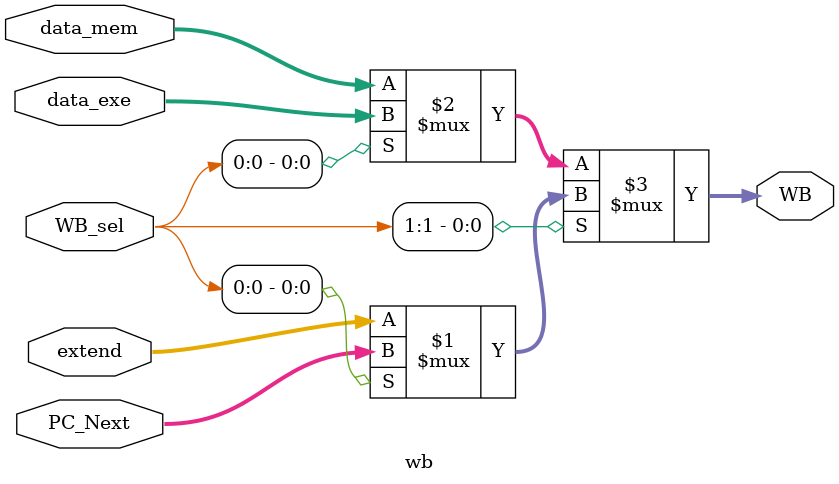
<source format=v>
/*
   CS/ECE 552 Spring '20
  
   Filename        : wb.v
   Description     : This is the module for the overall Write Back stage of the processor.
*/
module wb (
           // IN from Fetch
           PC_Next,
           // IN from Decode
           extend, WB_sel,
           // IN from Mem
           data_mem, data_exe,
           // Out to Decode
           WB);

   input [1:0] WB_sel;
   input [15:0] PC_Next, extend, data_mem, data_exe;
   
   output [15:0] WB;
   
   assign WB = (WB_sel[1]) ? ((WB_sel[0]) ? (PC_Next) : (extend)) : ((WB_sel[0]) ? (data_exe) : (data_mem));

   
endmodule

</source>
